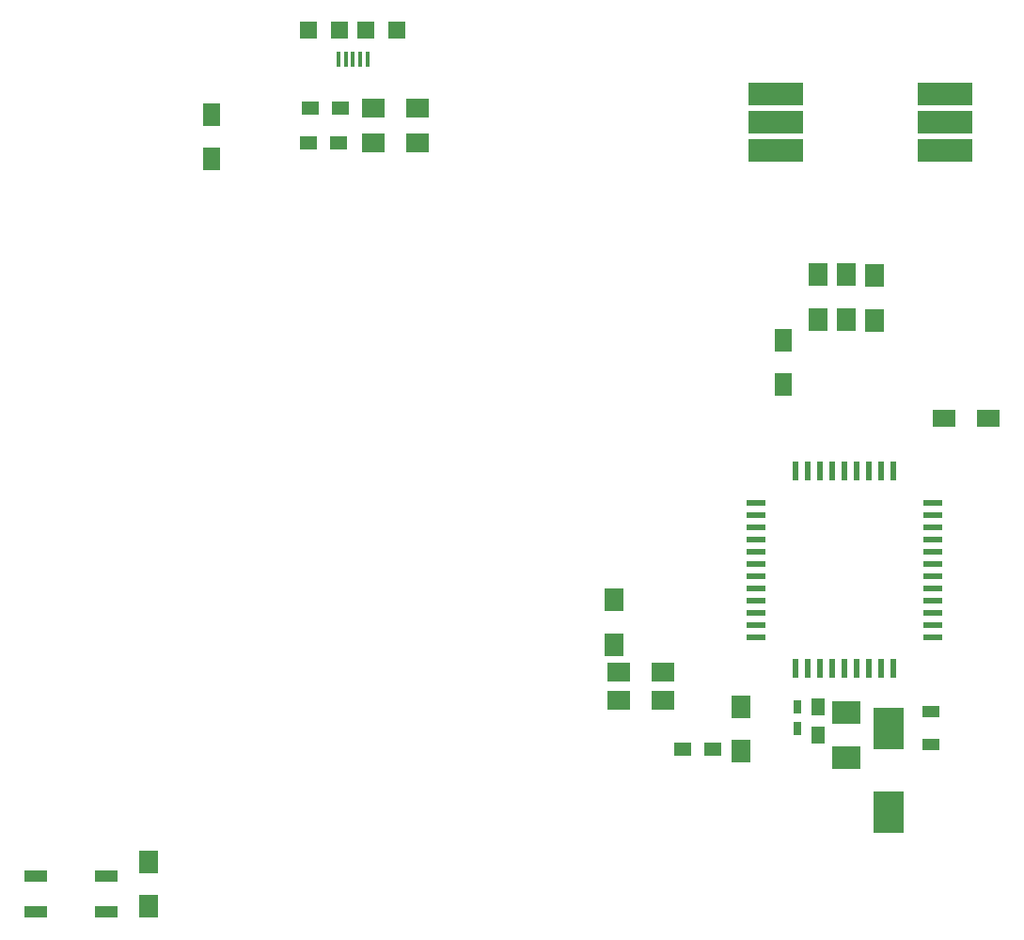
<source format=gbr>
G04 #@! TF.GenerationSoftware,KiCad,Pcbnew,(5.0.2)-1*
G04 #@! TF.CreationDate,2019-04-16T07:35:45+02:00*
G04 #@! TF.ProjectId,devboard_io,64657662-6f61-4726-945f-696f2e6b6963,rev?*
G04 #@! TF.SameCoordinates,Original*
G04 #@! TF.FileFunction,Paste,Bot*
G04 #@! TF.FilePolarity,Positive*
%FSLAX46Y46*%
G04 Gerber Fmt 4.6, Leading zero omitted, Abs format (unit mm)*
G04 Created by KiCad (PCBNEW (5.0.2)-1) date 16/04/2019 07:35:45*
%MOMM*%
%LPD*%
G01*
G04 APERTURE LIST*
%ADD10R,1.600000X2.000000*%
%ADD11R,2.000000X1.600000*%
%ADD12R,2.700000X3.750000*%
%ADD13R,2.500000X2.000000*%
%ADD14R,0.750000X1.200000*%
%ADD15R,1.250000X1.500000*%
%ADD16R,1.500000X1.300000*%
%ADD17R,1.600000X1.000000*%
%ADD18R,0.400000X1.400000*%
%ADD19R,1.520000X1.520000*%
%ADD20R,5.000000X2.000000*%
%ADD21R,2.000000X1.700000*%
%ADD22R,1.700000X2.000000*%
%ADD23R,2.000000X1.000000*%
%ADD24R,0.600000X1.800000*%
%ADD25R,1.800000X0.600000*%
G04 APERTURE END LIST*
D10*
G04 #@! TO.C,C1*
X389890000Y-40640000D03*
X389890000Y-44640000D03*
G04 #@! TD*
D11*
G04 #@! TO.C,C2*
X459835000Y-67945000D03*
X455835000Y-67945000D03*
G04 #@! TD*
D12*
G04 #@! TO.C,C3*
X450850000Y-103435000D03*
X450850000Y-95885000D03*
G04 #@! TD*
D13*
G04 #@! TO.C,C4*
X447040000Y-94520000D03*
X447040000Y-98520000D03*
G04 #@! TD*
D14*
G04 #@! TO.C,C5*
X442595000Y-93985000D03*
X442595000Y-95885000D03*
G04 #@! TD*
D15*
G04 #@! TO.C,C6*
X444500000Y-93980000D03*
X444500000Y-96480000D03*
G04 #@! TD*
D10*
G04 #@! TO.C,C7*
X441325000Y-64960000D03*
X441325000Y-60960000D03*
G04 #@! TD*
D16*
G04 #@! TO.C,D1*
X401480000Y-40005000D03*
X398780000Y-40005000D03*
G04 #@! TD*
G04 #@! TO.C,D2*
X401320000Y-43180000D03*
X398620000Y-43180000D03*
G04 #@! TD*
D17*
G04 #@! TO.C,D3*
X454660000Y-97385000D03*
X454660000Y-94385000D03*
G04 #@! TD*
D16*
G04 #@! TO.C,D4*
X432275000Y-97790000D03*
X434975000Y-97790000D03*
G04 #@! TD*
D18*
G04 #@! TO.C,J2*
X401290000Y-35670000D03*
X401940000Y-35670000D03*
X402590000Y-35670000D03*
X403240000Y-35670000D03*
X403890000Y-35670000D03*
D19*
X398590000Y-33020000D03*
X401390000Y-33020000D03*
X403790000Y-33020000D03*
X406590000Y-33020000D03*
G04 #@! TD*
D20*
G04 #@! TO.C,J9*
X440690000Y-38735000D03*
X440690000Y-41275000D03*
X440690000Y-43815000D03*
X455930000Y-38735000D03*
X455930000Y-41275000D03*
X455930000Y-43815000D03*
G04 #@! TD*
D21*
G04 #@! TO.C,R1*
X404400000Y-40005000D03*
X408400000Y-40005000D03*
G04 #@! TD*
G04 #@! TO.C,R2*
X408400000Y-43180000D03*
X404400000Y-43180000D03*
G04 #@! TD*
D22*
G04 #@! TO.C,R3*
X449580000Y-59150000D03*
X449580000Y-55150000D03*
G04 #@! TD*
G04 #@! TO.C,R4*
X447040000Y-55055000D03*
X447040000Y-59055000D03*
G04 #@! TD*
G04 #@! TO.C,R5*
X444500000Y-55055000D03*
X444500000Y-59055000D03*
G04 #@! TD*
D21*
G04 #@! TO.C,R6*
X426530000Y-93345000D03*
X430530000Y-93345000D03*
G04 #@! TD*
G04 #@! TO.C,R7*
X426530000Y-90805000D03*
X430530000Y-90805000D03*
G04 #@! TD*
D22*
G04 #@! TO.C,R8*
X426085000Y-88360000D03*
X426085000Y-84360000D03*
G04 #@! TD*
G04 #@! TO.C,R10*
X437515000Y-93980000D03*
X437515000Y-97980000D03*
G04 #@! TD*
G04 #@! TO.C,R12*
X384175000Y-111950000D03*
X384175000Y-107950000D03*
G04 #@! TD*
D23*
G04 #@! TO.C,SW1*
X374015000Y-109220000D03*
X380365000Y-109220000D03*
X374015000Y-112395000D03*
X380365000Y-112395000D03*
G04 #@! TD*
D24*
G04 #@! TO.C,U3*
X442424100Y-72722900D03*
X451224100Y-90522900D03*
D25*
X454774100Y-75572900D03*
X438874100Y-87672900D03*
X438874100Y-86572900D03*
X438874100Y-85472900D03*
X438874100Y-84372900D03*
X438874100Y-83272900D03*
X438874100Y-82172900D03*
X438874100Y-81072900D03*
X438874100Y-79972900D03*
X438874100Y-78872900D03*
X438874100Y-77772900D03*
X438874100Y-76672900D03*
X438874100Y-75572900D03*
X454774100Y-76672900D03*
X454774100Y-77772900D03*
X454774100Y-78872900D03*
X454774100Y-79972900D03*
X454774100Y-81072900D03*
X454774100Y-82172900D03*
X454774100Y-83272900D03*
X454774100Y-84372900D03*
X454774100Y-85472900D03*
X454774100Y-86572900D03*
X454774100Y-87672900D03*
D24*
X443524100Y-72722900D03*
X444624100Y-72722900D03*
X445724100Y-72722900D03*
X446824100Y-72722900D03*
X447924100Y-72722900D03*
X449024100Y-72722900D03*
X450124100Y-72722900D03*
X451224100Y-72722900D03*
X450124100Y-90522900D03*
X449024100Y-90522900D03*
X447924100Y-90522900D03*
X446824100Y-90522900D03*
X445724100Y-90522900D03*
X444624100Y-90522900D03*
X443524100Y-90522900D03*
X442424100Y-90522900D03*
G04 #@! TD*
M02*

</source>
